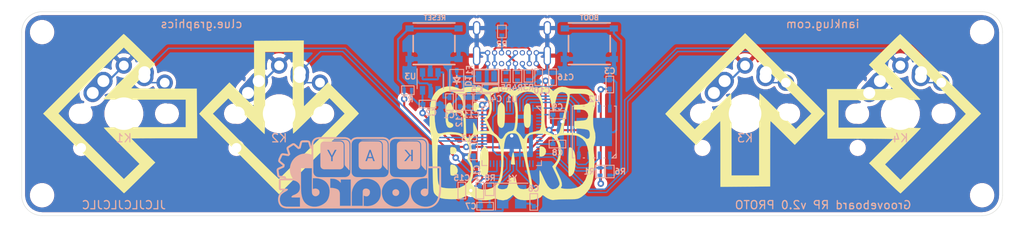
<source format=kicad_pcb>
(kicad_pcb (version 20171130) (host pcbnew "(5.1.5)-3")
  (layers (0 F.Cu signal) (31 B.Cu signal) (34 B.Paste user) (35 F.Paste user) (36 B.SilkS user) (37 F.SilkS user hide) (38 B.Mask user) (39 F.Mask user) (44 Edge.Cuts user))
  (net 0 "")
  (net 1 GND)
  (net 2 "Net-(F1-Pad2)")
  (net 3 "Net-(J1-PadA5)")
  (net 4 "Net-(J1-PadB5)")
  (net 5 D-)
  (net 6 D+)
  (net 7 VREG_VIN)
  (net 8 VREG_VOUT)
  (net 9 XIN)
  (net 10 QSPI_SS)
  (net 11 "Net-(R4-Pad2)")
  (net 12 "Net-(R5-Pad2)")
  (net 13 "Net-(R6-Pad1)")
  (net 14 "Net-(R7-Pad1)")
  (net 15 XOUT)
  (net 16 QSPI_1)
  (net 17 QSPI_2)
  (net 18 QSPI_0)
  (net 19 QSPI_SCLK)
  (net 20 QSPI_3)
  (net 21 "Net-(C7-Pad1)")
  (net 22 "Net-(D1-Pad2)")
  (net 23 +5V)
  (net 24 K1)
  (net 25 K2)
  (net 26 K3)
  (net 27 K4)
  (module Keebio-Parts:MX-Alps-Choc-1U-NoLED (layer F.Cu) (at 127.5 32.5)
    (fp_text reference K4 (at 0 3) (layer B.SilkS) (effects (justify mirror)))
    (fp_text value MX-NoLED)
    (pad "" np_thru_hole circle (at -5.22 4.2 48.1) (size 1.2 1.2) (drill 1.2) (layers *.Cu *.Mask))
    (pad "" np_thru_hole circle (at 5.5 0 48.1) (size 1.7 1.7) (drill 1.7) (layers *.Cu *.Mask))
    (pad "" np_thru_hole circle (at -5.5 0 48.1) (size 1.7 1.7) (drill 1.7) (layers *.Cu *.Mask))
    (pad 2 thru_hole circle (at 0 -5.9) (size 2 2) (drill 1.2) (layers *.Cu *.Mask) (net 1 GND))
    (pad 1 thru_hole circle (at 5 -3.8) (size 2 2) (drill 1.2) (layers *.Cu *.Mask) (net 27 K4))
    (pad "" np_thru_hole circle (at 5.08 0 48.0996) (size 1.75 1.75) (drill 1.75) (layers *.Cu *.Mask))
    (pad "" np_thru_hole circle (at -5.08 0 48.0996) (size 1.75 1.75) (drill 1.75) (layers *.Cu *.Mask))
    (pad 2 thru_hole circle (at -2.5 -4) (size 2.25 2.25) (drill 1.47) (layers *.Cu *.Mask) (net 1 GND))
    (pad "" np_thru_hole circle (at 0 0) (size 3.9878 3.9878) (drill 3.9878) (layers *.Cu *.Mask))
    (pad 2 thru_hole oval (at -3.81 -2.54 48.1) (size 4.211556 2.25) (drill 1.47 (offset 0.980778 0)) (layers *.Cu *.Mask) (net 1 GND))
    (pad 1 thru_hole circle (at 2.54 -5.08) (size 2.25 2.25) (drill 1.47) (layers *.Cu *.Mask) (net 27 K4))
    (pad 1 thru_hole oval (at 2.5 -4.5 86.1) (size 2.831378 2.25) (drill 1.47 (offset 0.290689 0)) (layers *.Cu *.Mask) (net 27 K4))
  )
  (module Keebio-Parts:MX-Alps-Choc-1U-NoLED (layer F.Cu) (at 108.5 32.5)
    (fp_text reference K3 (at 0 3) (layer B.SilkS) (effects (justify mirror)))
    (fp_text value MX-NoLED)
    (pad "" np_thru_hole circle (at -5.22 4.2 48.1) (size 1.2 1.2) (drill 1.2) (layers *.Cu *.Mask))
    (pad "" np_thru_hole circle (at 5.5 0 48.1) (size 1.7 1.7) (drill 1.7) (layers *.Cu *.Mask))
    (pad "" np_thru_hole circle (at -5.5 0 48.1) (size 1.7 1.7) (drill 1.7) (layers *.Cu *.Mask))
    (pad 2 thru_hole circle (at 0 -5.9) (size 2 2) (drill 1.2) (layers *.Cu *.Mask) (net 1 GND))
    (pad 1 thru_hole circle (at 5 -3.8) (size 2 2) (drill 1.2) (layers *.Cu *.Mask) (net 26 K3))
    (pad "" np_thru_hole circle (at 5.08 0 48.0996) (size 1.75 1.75) (drill 1.75) (layers *.Cu *.Mask))
    (pad "" np_thru_hole circle (at -5.08 0 48.0996) (size 1.75 1.75) (drill 1.75) (layers *.Cu *.Mask))
    (pad 2 thru_hole circle (at -2.5 -4) (size 2.25 2.25) (drill 1.47) (layers *.Cu *.Mask) (net 1 GND))
    (pad "" np_thru_hole circle (at 0 0) (size 3.9878 3.9878) (drill 3.9878) (layers *.Cu *.Mask))
    (pad 2 thru_hole oval (at -3.81 -2.54 48.1) (size 4.211556 2.25) (drill 1.47 (offset 0.980778 0)) (layers *.Cu *.Mask) (net 1 GND))
    (pad 1 thru_hole circle (at 2.54 -5.08) (size 2.25 2.25) (drill 1.47) (layers *.Cu *.Mask) (net 26 K3))
    (pad 1 thru_hole oval (at 2.5 -4.5 86.1) (size 2.831378 2.25) (drill 1.47 (offset 0.290689 0)) (layers *.Cu *.Mask) (net 26 K3))
  )
  (module Keebio-Parts:MX-Alps-Choc-1U-NoLED (layer F.Cu) (at 51.5 32.5)
    (fp_text reference K2 (at 0 3) (layer B.SilkS) (effects (justify mirror)))
    (fp_text value MX-NoLED)
    (pad "" np_thru_hole circle (at -5.22 4.2 48.1) (size 1.2 1.2) (drill 1.2) (layers *.Cu *.Mask))
    (pad "" np_thru_hole circle (at 5.5 0 48.1) (size 1.7 1.7) (drill 1.7) (layers *.Cu *.Mask))
    (pad "" np_thru_hole circle (at -5.5 0 48.1) (size 1.7 1.7) (drill 1.7) (layers *.Cu *.Mask))
    (pad 2 thru_hole circle (at 0 -5.9) (size 2 2) (drill 1.2) (layers *.Cu *.Mask) (net 1 GND))
    (pad 1 thru_hole circle (at 5 -3.8) (size 2 2) (drill 1.2) (layers *.Cu *.Mask) (net 25 K2))
    (pad "" np_thru_hole circle (at 5.08 0 48.0996) (size 1.75 1.75) (drill 1.75) (layers *.Cu *.Mask))
    (pad "" np_thru_hole circle (at -5.08 0 48.0996) (size 1.75 1.75) (drill 1.75) (layers *.Cu *.Mask))
    (pad 2 thru_hole circle (at -2.5 -4) (size 2.25 2.25) (drill 1.47) (layers *.Cu *.Mask) (net 1 GND))
    (pad "" np_thru_hole circle (at 0 0) (size 3.9878 3.9878) (drill 3.9878) (layers *.Cu *.Mask))
    (pad 2 thru_hole oval (at -3.81 -2.54 48.1) (size 4.211556 2.25) (drill 1.47 (offset 0.980778 0)) (layers *.Cu *.Mask) (net 1 GND))
    (pad 1 thru_hole circle (at 2.54 -5.08) (size 2.25 2.25) (drill 1.47) (layers *.Cu *.Mask) (net 25 K2))
    (pad 1 thru_hole oval (at 2.5 -4.5 86.1) (size 2.831378 2.25) (drill 1.47 (offset 0.290689 0)) (layers *.Cu *.Mask) (net 25 K2))
  )
  (module Keebio-Parts:MX-Alps-Choc-1U-NoLED (layer F.Cu) (at 32.5 32.5)
    (fp_text reference K1 (at 0 3) (layer B.SilkS) (effects (justify mirror)))
    (fp_text value MX-NoLED)
    (pad "" np_thru_hole circle (at -5.22 4.2 48.1) (size 1.2 1.2) (drill 1.2) (layers *.Cu *.Mask))
    (pad "" np_thru_hole circle (at 5.5 0 48.1) (size 1.7 1.7) (drill 1.7) (layers *.Cu *.Mask))
    (pad "" np_thru_hole circle (at -5.5 0 48.1) (size 1.7 1.7) (drill 1.7) (layers *.Cu *.Mask))
    (pad 2 thru_hole circle (at 0 -5.9) (size 2 2) (drill 1.2) (layers *.Cu *.Mask) (net 1 GND))
    (pad 1 thru_hole circle (at 5 -3.8) (size 2 2) (drill 1.2) (layers *.Cu *.Mask) (net 24 K1))
    (pad "" np_thru_hole circle (at 5.08 0 48.0996) (size 1.75 1.75) (drill 1.75) (layers *.Cu *.Mask))
    (pad "" np_thru_hole circle (at -5.08 0 48.0996) (size 1.75 1.75) (drill 1.75) (layers *.Cu *.Mask))
    (pad 2 thru_hole circle (at -2.5 -4) (size 2.25 2.25) (drill 1.47) (layers *.Cu *.Mask) (net 1 GND))
    (pad "" np_thru_hole circle (at 0 0) (size 3.9878 3.9878) (drill 3.9878) (layers *.Cu *.Mask))
    (pad 2 thru_hole oval (at -3.81 -2.54 48.1) (size 4.211556 2.25) (drill 1.47 (offset 0.980778 0)) (layers *.Cu *.Mask) (net 1 GND))
    (pad 1 thru_hole circle (at 2.54 -5.08) (size 2.25 2.25) (drill 1.47) (layers *.Cu *.Mask) (net 24 K1))
    (pad 1 thru_hole oval (at 2.5 -4.5 86.1) (size 2.831378 2.25) (drill 1.47 (offset 0.290689 0)) (layers *.Cu *.Mask) (net 24 K1))
  )
  (module grooveboard:kayboards-logo (layer B.Cu) (at 61.25 39.75 180)
    (fp_text reference G*** hide)
    (fp_text value LOGO hide)
  )
  (module grooveboard:left-arrow (layer F.Cu) (at 108.55 32.1 270)
    (fp_text reference G*** hide)
    (fp_text value LOGO hide)
  )
  (module grooveboard:left-arrow (layer F.Cu) (at 51.45 32.9 90)
    (fp_text reference G*** hide)
    (fp_text value LOGO hide)
  )
  (module grooveboard:left-arrow (layer F.Cu) (at 127.9 32.55 180)
    (fp_text reference G*** hide)
    (fp_text value LOGO hide)
  )
  (module grooveboard:left-arrow (layer F.Cu) (at 32.1 32.45)
    (fp_text reference G*** hide)
    (fp_text value LOGO hide)
  )
  (module grooveboard:grooveboard-logo (layer F.Cu) (at 79.95 36.2)
    (fp_text reference G*** hide)
    (fp_text value LOGO hide)
  )
  (module Keebio-Parts:C_0402 (layer B.Cu) (at 75.3 37.125 270)
    (fp_text reference C13 (at -1.575 0.5) (layer B.SilkS) (effects (font (size 0.7 0.7)) (justify mirror)))
    (fp_text value 100nF)
    (pad 1 smd rect (at -0.55 0 270) (size 0.6 0.5) (layers B.Cu B.Paste B.Mask) (net 7 VREG_VIN))
    (pad 2 smd rect (at 0.55 0 270) (size 0.6 0.5) (layers B.Cu B.Paste B.Mask) (net 1 GND))
  )
  (module Keebio-Parts:C_0402 (layer B.Cu) (at 76.35 30.525 180)
    (fp_text reference C4 (at -1.75 -0.15) (layer B.SilkS) (effects (font (size 0.7 0.7)) (justify mirror)))
    (fp_text value 1uF)
    (pad 1 smd rect (at -0.55 0 180) (size 0.6 0.5) (layers B.Cu B.Paste B.Mask) (net 7 VREG_VIN))
    (pad 2 smd rect (at 0.55 0 180) (size 0.6 0.5) (layers B.Cu B.Paste B.Mask) (net 1 GND))
  )
  (module rp2040:RP2040 (layer B.Cu) (at 79.95 35.225 180)
    (fp_text reference U1 (at -0.009 4.5) (layer B.SilkS) (effects (font (size 0.7 0.7)) (justify mirror)))
    (fp_text value RP2040 hide)
    (pad 1 smd rect (at -3.4036 2.6 90) (size 0.1778 0.8128) (layers B.Cu B.Paste B.Mask) (net 7 VREG_VIN))
    (pad 2 smd rect (at -3.4036 2.200001 90) (size 0.1778 0.8128) (layers B.Cu B.Paste B.Mask))
    (pad 3 smd rect (at -3.4036 1.799999 90) (size 0.1778 0.8128) (layers B.Cu B.Paste B.Mask))
    (pad 4 smd rect (at -3.4036 1.4 90) (size 0.1778 0.8128) (layers B.Cu B.Paste B.Mask))
    (pad 5 smd rect (at -3.4036 1.000001 90) (size 0.1778 0.8128) (layers B.Cu B.Paste B.Mask))
    (pad 6 smd rect (at -3.4036 0.599999 90) (size 0.1778 0.8128) (layers B.Cu B.Paste B.Mask))
    (pad 7 smd rect (at -3.4036 0.2 90) (size 0.1778 0.8128) (layers B.Cu B.Paste B.Mask))
    (pad 8 smd rect (at -3.4036 -0.2 90) (size 0.1778 0.8128) (layers B.Cu B.Paste B.Mask))
    (pad 9 smd rect (at -3.4036 -0.599999 90) (size 0.1778 0.8128) (layers B.Cu B.Paste B.Mask))
    (pad 10 smd rect (at -3.4036 -1.000001 90) (size 0.1778 0.8128) (layers B.Cu B.Paste B.Mask) (net 7 VREG_VIN))
    (pad 11 smd rect (at -3.4036 -1.4 90) (size 0.1778 0.8128) (layers B.Cu B.Paste B.Mask))
    (pad 12 smd rect (at -3.4036 -1.799999 90) (size 0.1778 0.8128) (layers B.Cu B.Paste B.Mask))
    (pad 13 smd rect (at -3.4036 -2.200001 90) (size 0.1778 0.8128) (layers B.Cu B.Paste B.Mask) (net 27 K4))
    (pad 14 smd rect (at -3.4036 -2.6 90) (size 0.1778 0.8128) (layers B.Cu B.Paste B.Mask) (net 26 K3))
    (pad 15 smd rect (at -2.6 -3.4036 180) (size 0.1778 0.8128) (layers B.Cu B.Paste B.Mask))
    (pad 16 smd rect (at -2.200001 -3.4036 180) (size 0.1778 0.8128) (layers B.Cu B.Paste B.Mask))
    (pad 17 smd rect (at -1.799999 -3.4036 180) (size 0.1778 0.8128) (layers B.Cu B.Paste B.Mask))
    (pad 18 smd rect (at -1.4 -3.4036 180) (size 0.1778 0.8128) (layers B.Cu B.Paste B.Mask))
    (pad 19 smd rect (at -1.000001 -3.4036 180) (size 0.1778 0.8128) (layers B.Cu B.Paste B.Mask) (net 1 GND))
    (pad 20 smd rect (at -0.599999 -3.4036 180) (size 0.1778 0.8128) (layers B.Cu B.Paste B.Mask) (net 9 XIN))
    (pad 21 smd rect (at -0.2 -3.4036 180) (size 0.1778 0.8128) (layers B.Cu B.Paste B.Mask) (net 15 XOUT))
    (pad 22 smd rect (at 0.2 -3.4036 180) (size 0.1778 0.8128) (layers B.Cu B.Paste B.Mask) (net 7 VREG_VIN))
    (pad 23 smd rect (at 0.599999 -3.4036 180) (size 0.1778 0.8128) (layers B.Cu B.Paste B.Mask) (net 8 VREG_VOUT))
    (pad 24 smd rect (at 1.000001 -3.4036 180) (size 0.1778 0.8128) (layers B.Cu B.Paste B.Mask))
    (pad 25 smd rect (at 1.4 -3.4036 180) (size 0.1778 0.8128) (layers B.Cu B.Paste B.Mask))
    (pad 26 smd rect (at 1.799999 -3.4036 180) (size 0.1778 0.8128) (layers B.Cu B.Paste B.Mask) (net 14 "Net-(R7-Pad1)"))
    (pad 27 smd rect (at 2.200001 -3.4036 180) (size 0.1778 0.8128) (layers B.Cu B.Paste B.Mask))
    (pad 28 smd rect (at 2.6 -3.4036 180) (size 0.1778 0.8128) (layers B.Cu B.Paste B.Mask))
    (pad 29 smd rect (at 3.4036 -2.6 90) (size 0.1778 0.8128) (layers B.Cu B.Paste B.Mask))
    (pad 30 smd rect (at 3.4036 -2.200001 90) (size 0.1778 0.8128) (layers B.Cu B.Paste B.Mask))
    (pad 31 smd rect (at 3.4036 -1.799999 90) (size 0.1778 0.8128) (layers B.Cu B.Paste B.Mask))
    (pad 32 smd rect (at 3.4036 -1.4 90) (size 0.1778 0.8128) (layers B.Cu B.Paste B.Mask))
    (pad 33 smd rect (at 3.4036 -1.000001 90) (size 0.1778 0.8128) (layers B.Cu B.Paste B.Mask) (net 7 VREG_VIN))
    (pad 34 smd rect (at 3.4036 -0.599999 90) (size 0.1778 0.8128) (layers B.Cu B.Paste B.Mask) (net 25 K2))
    (pad 35 smd rect (at 3.4036 -0.2 90) (size 0.1778 0.8128) (layers B.Cu B.Paste B.Mask) (net 24 K1))
    (pad 36 smd rect (at 3.4036 0.2 90) (size 0.1778 0.8128) (layers B.Cu B.Paste B.Mask))
    (pad 37 smd rect (at 3.4036 0.599999 90) (size 0.1778 0.8128) (layers B.Cu B.Paste B.Mask))
    (pad 38 smd rect (at 3.4036 1.000001 90) (size 0.1778 0.8128) (layers B.Cu B.Paste B.Mask))
    (pad 39 smd rect (at 3.4036 1.4 90) (size 0.1778 0.8128) (layers B.Cu B.Paste B.Mask))
    (pad 40 smd rect (at 3.4036 1.799999 90) (size 0.1778 0.8128) (layers B.Cu B.Paste B.Mask))
    (pad 41 smd rect (at 3.4036 2.200001 90) (size 0.1778 0.8128) (layers B.Cu B.Paste B.Mask))
    (pad 42 smd rect (at 3.4036 2.6 90) (size 0.1778 0.8128) (layers B.Cu B.Paste B.Mask) (net 7 VREG_VIN))
    (pad 43 smd rect (at 2.6 3.4036 180) (size 0.1778 0.8128) (layers B.Cu B.Paste B.Mask) (net 7 VREG_VIN))
    (pad 44 smd rect (at 2.200001 3.4036 180) (size 0.1778 0.8128) (layers B.Cu B.Paste B.Mask) (net 7 VREG_VIN))
    (pad 45 smd rect (at 1.799999 3.4036 180) (size 0.1778 0.8128) (layers B.Cu B.Paste B.Mask) (net 8 VREG_VOUT))
    (pad 46 smd rect (at 1.4 3.4036 180) (size 0.1778 0.8128) (layers B.Cu B.Paste B.Mask) (net 12 "Net-(R5-Pad2)"))
    (pad 47 smd rect (at 1.000001 3.4036 180) (size 0.1778 0.8128) (layers B.Cu B.Paste B.Mask) (net 11 "Net-(R4-Pad2)"))
    (pad 48 smd rect (at 0.599999 3.4036 180) (size 0.1778 0.8128) (layers B.Cu B.Paste B.Mask) (net 7 VREG_VIN))
    (pad 49 smd rect (at 0.2 3.4036 180) (size 0.1778 0.8128) (layers B.Cu B.Paste B.Mask) (net 7 VREG_VIN))
    (pad 50 smd rect (at -0.2 3.4036 180) (size 0.1778 0.8128) (layers B.Cu B.Paste B.Mask) (net 8 VREG_VOUT))
    (pad 51 smd rect (at -0.599999 3.4036 180) (size 0.1778 0.8128) (layers B.Cu B.Paste B.Mask) (net 20 QSPI_3))
    (pad 52 smd rect (at -1.000001 3.4036 180) (size 0.1778 0.8128) (layers B.Cu B.Paste B.Mask) (net 19 QSPI_SCLK))
    (pad 53 smd rect (at -1.4 3.4036 180) (size 0.1778 0.8128) (layers B.Cu B.Paste B.Mask) (net 18 QSPI_0))
    (pad 54 smd rect (at -1.799999 3.4036 180) (size 0.1778 0.8128) (layers B.Cu B.Paste B.Mask) (net 17 QSPI_2))
    (pad 55 smd rect (at -2.200001 3.4036 180) (size 0.1778 0.8128) (layers B.Cu B.Paste B.Mask) (net 16 QSPI_1))
    (pad 56 smd rect (at -2.6 3.4036 180) (size 0.1778 0.8128) (layers B.Cu B.Paste B.Mask) (net 10 QSPI_SS))
    (pad 57 smd rect (at 0 0 180) (size 3.2004 3.2004) (layers B.Cu B.Mask) (net 1 GND))
  )
  (module Keebio-Parts:R_0402 (layer B.Cu) (at 90.754 39.5955 90)
    (fp_text reference R1 (at 0.006 -1.304 180) (layer B.SilkS) (effects (font (size 0.7 0.7)) (justify mirror)))
    (fp_text value DNP)
    (pad 1 smd rect (at -0.45 0 90) (size 0.4 0.6) (layers B.Cu B.Paste B.Mask) (net 7 VREG_VIN))
    (pad 2 smd rect (at 0.45 0 90) (size 0.4 0.6) (layers B.Cu B.Paste B.Mask) (net 10 QSPI_SS))
  )
  (module Keebio-Parts:D_SOD-323 (layer B.Cu) (at 73.228 28.223 90)
    (fp_text reference D1 (at -0.252 1.372 -90 unlocked) (layer B.SilkS) (effects (font (size 0.7 0.7)) (justify mirror)))
    (fp_text value "20V 1A")
    (pad 1 smd rect (at -1.05 0 90) (size 0.6 0.45) (layers B.Cu B.Paste B.Mask) (net 23 +5V))
    (pad 2 smd rect (at 1.05 0 90) (size 0.6 0.45) (layers B.Cu B.Paste B.Mask) (net 22 "Net-(D1-Pad2)"))
  )
  (module Package_TO_SOT_SMD:SOT-23-5 (layer B.Cu) (at 69.9895 28.5405 270)
    (fp_text reference U3 (at -0.6155 2.4395) (layer B.SilkS) (effects (font (size 0.7 0.7)) (justify mirror)))
    (fp_text value AP2112K-3.3)
    (pad 5 smd rect (at 1.1 0.95 270) (size 1.06 0.65) (layers B.Cu B.Paste B.Mask) (net 7 VREG_VIN))
    (pad 4 smd rect (at 1.1 -0.95 270) (size 1.06 0.65) (layers B.Cu B.Paste B.Mask))
    (pad 3 smd rect (at -1.1 -0.95 270) (size 1.06 0.65) (layers B.Cu B.Paste B.Mask) (net 23 +5V))
    (pad 2 smd rect (at -1.1 0 270) (size 1.06 0.65) (layers B.Cu B.Paste B.Mask) (net 1 GND))
    (pad 1 smd rect (at -1.1 0.95 270) (size 1.06 0.65) (layers B.Cu B.Paste B.Mask) (net 23 +5V))
  )
  (module winbond:W25Q128JVPIQ (layer B.Cu) (at 90.05 34.75 90)
    (fp_text reference U2 (at 4.05 0) (layer B.SilkS) (effects (font (size 0.7 0.7)) (justify mirror)))
    (fp_text value W25Q128JV hide)
    (pad 9 smd rect (at 0 0 90) (size 3.4544 4.3434) (layers B.Cu B.Paste B.Mask))
    (pad 8 smd rect (at 2.8702 1.905 90) (size 0.9652 0.4318) (layers B.Cu B.Paste B.Mask) (net 7 VREG_VIN))
    (pad 7 smd rect (at 2.8702 0.635 90) (size 0.9652 0.4318) (layers B.Cu B.Paste B.Mask) (net 20 QSPI_3))
    (pad 6 smd rect (at 2.8702 -0.635 90) (size 0.9652 0.4318) (layers B.Cu B.Paste B.Mask) (net 19 QSPI_SCLK))
    (pad 5 smd rect (at 2.8702 -1.905 90) (size 0.9652 0.4318) (layers B.Cu B.Paste B.Mask) (net 18 QSPI_0))
    (pad 4 smd rect (at -2.8702 -1.905 90) (size 0.9652 0.4318) (layers B.Cu B.Paste B.Mask) (net 1 GND))
    (pad 3 smd rect (at -2.8702 -0.635 90) (size 0.9652 0.4318) (layers B.Cu B.Paste B.Mask) (net 17 QSPI_2))
    (pad 2 smd rect (at -2.8702 0.635 90) (size 0.9652 0.4318) (layers B.Cu B.Paste B.Mask) (net 16 QSPI_1))
    (pad 1 smd rect (at -2.8702 1.905 90) (size 0.9652 0.4318) (layers B.Cu B.Paste B.Mask) (net 10 QSPI_SS))
  )
  (module Keebio-Parts:C_0402 (layer B.Cu) (at 85.55 36.225)
    (fp_text reference C8 (at 0 1.05) (layer B.SilkS) (effects (font (size 0.7 0.7)) (justify mirror)))
    (fp_text value 100nF)
    (pad 1 smd rect (at -0.55 0) (size 0.6 0.5) (layers B.Cu B.Paste B.Mask) (net 7 VREG_VIN))
    (pad 2 smd rect (at 0.55 0) (size 0.6 0.5) (layers B.Cu B.Paste B.Mask) (net 1 GND))
  )
  (module Keebio-Parts:C_0402 (layer B.Cu) (at 91.95 28.925 90)
    (fp_text reference C3 (at 1.65 0) (layer B.SilkS) (effects (font (size 0.7 0.7)) (justify mirror)))
    (fp_text value 100nF)
    (pad 1 smd rect (at -0.55 0 90) (size 0.6 0.5) (layers B.Cu B.Paste B.Mask) (net 7 VREG_VIN))
    (pad 2 smd rect (at 0.55 0 90) (size 0.6 0.5) (layers B.Cu B.Paste B.Mask) (net 1 GND))
  )
  (module kicad-open-modules:TS-1187A-B-A-B (layer B.Cu) (at 89.45 23.925)
    (fp_text reference SW1 hide)
    (fp_text value BOOT)
    (pad 2 smd rect (at -3 -1.875) (size 1 0.75) (layers B.Cu B.Paste B.Mask) (net 13 "Net-(R6-Pad1)"))
    (pad 2 smd rect (at 3 -1.875) (size 1 0.75) (layers B.Cu B.Paste B.Mask) (net 13 "Net-(R6-Pad1)"))
    (pad 1 smd rect (at 3 1.875) (size 1 0.75) (layers B.Cu B.Paste B.Mask) (net 1 GND))
    (pad 1 smd rect (at -3 1.875) (size 1 0.75) (layers B.Cu B.Paste B.Mask) (net 1 GND))
  )
  (module Keebio-Parts:Crystal_SMD_3225-4pin_3.2x2.5mm (layer B.Cu) (at 79.95 42.675)
    (fp_text reference Y1 (at 0 -2.25) (layer B.SilkS) (effects (font (size 0.7 0.7)) (justify mirror)))
    (fp_text value 12MHz)
    (pad 4 smd rect (at -1.1 0.85) (size 1.4 1.2) (layers B.Cu B.Paste B.Mask) (net 1 GND))
    (pad 3 smd rect (at 1.1 0.85) (size 1.4 1.2) (layers B.Cu B.Paste B.Mask) (net 9 XIN))
    (pad 2 smd rect (at 1.1 -0.85) (size 1.4 1.2) (layers B.Cu B.Paste B.Mask) (net 1 GND))
    (pad 1 smd rect (at -1.1 -0.85) (size 1.4 1.2) (layers B.Cu B.Paste B.Mask) (net 21 "Net-(C7-Pad1)"))
  )
  (module Keebio-Parts:C_0402 (layer B.Cu) (at 69.65 31.325)
    (fp_text reference C2 (at 0.45 1.05) (layer B.SilkS) (effects (font (size 0.7 0.7)) (justify mirror)))
    (fp_text value 10uF)
    (pad 1 smd rect (at -0.55 0) (size 0.6 0.5) (layers B.Cu B.Paste B.Mask) (net 7 VREG_VIN))
    (pad 2 smd rect (at 0.55 0) (size 0.6 0.5) (layers B.Cu B.Paste B.Mask) (net 1 GND))
  )
  (module Keebio-Parts:C_0402 (layer B.Cu) (at 72.339 31.0805 270)
    (fp_text reference C1 (at 1.5945 0.039 180) (layer B.SilkS) (effects (font (size 0.7 0.7)) (justify mirror)))
    (fp_text value 10uF)
    (pad 1 smd rect (at -0.55 0 270) (size 0.6 0.5) (layers B.Cu B.Paste B.Mask) (net 23 +5V))
    (pad 2 smd rect (at 0.55 0 270) (size 0.6 0.5) (layers B.Cu B.Paste B.Mask) (net 1 GND))
  )
  (module Type-C:USB_C_GCT_USB4085 (layer F.Cu) (at 79.985 20.262 180)
    (fp_text reference J1 hide)
    (fp_text value USB_C_Receptacle_USB2.0)
    (pad S1 thru_hole oval (at 4.325 -1.74 180) (size 0.9 1.7) (drill oval 0.6 1.4) (layers *.Cu *.Mask) (net 1 GND))
    (pad S1 thru_hole oval (at -4.325 -1.74 180) (size 0.9 1.7) (drill oval 0.6 1.4) (layers *.Cu *.Mask) (net 1 GND))
    (pad S1 thru_hole oval (at 4.325 -5.12 180) (size 0.9 2.4) (drill oval 0.6 2.1) (layers *.Cu *.Mask) (net 1 GND))
    (pad S1 thru_hole oval (at -4.325 -5.12 180) (size 0.9 2.4) (drill oval 0.6 2.1) (layers *.Cu *.Mask) (net 1 GND))
    (pad B1 thru_hole circle (at 2.98 -4.775 180) (size 0.65 0.65) (drill 0.4) (layers *.Cu *.Mask) (net 1 GND))
    (pad B4 thru_hole circle (at 2.13 -4.775 180) (size 0.65 0.65) (drill 0.4) (layers *.Cu *.Mask) (net 2 "Net-(F1-Pad2)"))
    (pad B5 thru_hole circle (at 1.28 -4.775 180) (size 0.65 0.65) (drill 0.4) (layers *.Cu *.Mask) (net 4 "Net-(J1-PadB5)"))
    (pad B6 thru_hole circle (at 0.43 -4.775 180) (size 0.65 0.65) (drill 0.4) (layers *.Cu *.Mask) (net 6 D+))
    (pad B7 thru_hole circle (at -0.42 -4.775 180) (size 0.65 0.65) (drill 0.4) (layers *.Cu *.Mask) (net 5 D-))
    (pad B8 thru_hole circle (at -1.27 -4.775 180) (size 0.65 0.65) (drill 0.4) (layers *.Cu *.Mask))
    (pad B9 thru_hole circle (at -2.12 -4.775 180) (size 0.65 0.65) (drill 0.4) (layers *.Cu *.Mask) (net 2 "Net-(F1-Pad2)"))
    (pad B12 thru_hole circle (at -2.975 -4.775 180) (size 0.65 0.65) (drill 0.4) (layers *.Cu *.Mask) (net 1 GND))
    (pad A12 thru_hole circle (at 2.975 -6.1 180) (size 0.65 0.65) (drill 0.4) (layers *.Cu *.Mask) (net 1 GND))
    (pad A9 thru_hole circle (at 2.125 -6.1 180) (size 0.65 0.65) (drill 0.4) (layers *.Cu *.Mask) (net 2 "Net-(F1-Pad2)"))
    (pad A8 thru_hole circle (at 1.275 -6.1 180) (size 0.65 0.65) (drill 0.4) (layers *.Cu *.Mask))
    (pad A7 thru_hole circle (at 0.425 -6.1 180) (size 0.65 0.65) (drill 0.4) (layers *.Cu *.Mask) (net 5 D-))
    (pad A6 thru_hole circle (at -0.425 -6.1 180) (size 0.65 0.65) (drill 0.4) (layers *.Cu *.Mask) (net 6 D+))
    (pad A4 thru_hole circle (at -2.125 -6.1 180) (size 0.65 0.65) (drill 0.4) (layers *.Cu *.Mask) (net 2 "Net-(F1-Pad2)"))
    (pad A1 thru_hole circle (at -2.975 -6.1 180) (size 0.65 0.65) (drill 0.4) (layers *.Cu *.Mask) (net 1 GND))
    (pad A5 thru_hole circle (at -1.275 -6.1 180) (size 0.65 0.65) (drill 0.4) (layers *.Cu *.Mask) (net 3 "Net-(J1-PadA5)"))
  )
  (module Keebio-Parts:C_0402 (layer B.Cu) (at 76.7 43.85 180)
    (fp_text reference C7 (at 1.75 0 180) (layer B.SilkS) (effects (font (size 0.7 0.7)) (justify mirror)))
    (fp_text value 10pF)
    (pad 2 smd rect (at 0.55 0 180) (size 0.6 0.5) (layers B.Cu B.Paste B.Mask) (net 1 GND))
    (pad 1 smd rect (at -0.55 0 180) (size 0.6 0.5) (layers B.Cu B.Paste B.Mask) (net 21 "Net-(C7-Pad1)"))
  )
  (module Keebio-Parts:R_0402 (layer B.Cu) (at 82 27.875 90)
    (fp_text reference R3 (at -1.4 0) (layer B.SilkS) (effects (font (size 0.7 0.7)) (justify mirror)))
    (fp_text value 5.1k)
    (pad 1 smd rect (at -0.45 0 90) (size 0.4 0.6) (layers B.Cu B.Paste B.Mask) (net 1 GND))
    (pad 2 smd rect (at 0.45 0 90) (size 0.4 0.6) (layers B.Cu B.Paste B.Mask) (net 3 "Net-(J1-PadA5)"))
  )
  (module Keebio-Parts:R_0402 (layer B.Cu) (at 78.75 22.425 270)
    (fp_text reference R2 (at 1.55 0) (layer B.SilkS) (effects (font (size 0.7 0.7)) (justify mirror)))
    (fp_text value 5.1k)
    (pad 1 smd rect (at -0.45 0 270) (size 0.4 0.6) (layers B.Cu B.Paste B.Mask) (net 1 GND))
    (pad 2 smd rect (at 0.45 0 270) (size 0.4 0.6) (layers B.Cu B.Paste B.Mask) (net 4 "Net-(J1-PadB5)"))
  )
  (module Keebio-Parts:R_0402 (layer B.Cu) (at 77.25 41.775 270)
    (fp_text reference R8 (at -1.4 -0.042) (layer B.SilkS) (effects (font (size 0.7 0.7)) (justify mirror)))
    (fp_text value 1k)
    (pad 2 smd rect (at 0.45 0 270) (size 0.4 0.6) (layers B.Cu B.Paste B.Mask) (net 21 "Net-(C7-Pad1)"))
    (pad 1 smd rect (at -0.45 0 270) (size 0.4 0.6) (layers B.Cu B.Paste B.Mask) (net 15 XOUT))
  )
  (module Keebio-Parts:R_0402 (layer B.Cu) (at 79.25 27.925 270)
    (fp_text reference R5 (at 1.4 0) (layer B.SilkS) (effects (font (size 0.7 0.7)) (justify mirror)))
    (fp_text value 27)
    (pad 1 smd rect (at -0.45 0 270) (size 0.4 0.6) (layers B.Cu B.Paste B.Mask) (net 5 D-))
    (pad 2 smd rect (at 0.45 0 270) (size 0.4 0.6) (layers B.Cu B.Paste B.Mask) (net 12 "Net-(R5-Pad2)"))
  )
  (module Keebio-Parts:Fuse_0805 (layer B.Cu) (at 76.85 27.925)
    (fp_text reference F1 (at -2.05 -0.75 90 unlocked) (layer B.SilkS) (effects (font (size 0.7 0.7)) (justify mirror)))
    (fp_text value 500mA hide)
    (pad 1 smd rect (at -0.95 0) (size 0.7 1.3) (layers B.Cu B.Paste B.Mask) (net 22 "Net-(D1-Pad2)") (clearance 0.1))
    (pad 2 smd rect (at 0.95 0) (size 0.7 1.3) (layers B.Cu B.Paste B.Mask) (net 2 "Net-(F1-Pad2)") (clearance 0.1))
  )
  (module Keebio-Parts:R_0402 (layer B.Cu) (at 91.95 39.5955 90)
    (fp_text reference R6 (at 0.006 1.2805) (layer B.SilkS) (effects (font (size 0.7 0.7)) (justify mirror)))
    (fp_text value 1k)
    (pad 1 smd rect (at -0.45 0 90) (size 0.4 0.6) (layers B.Cu B.Paste B.Mask) (net 13 "Net-(R6-Pad1)"))
    (pad 2 smd rect (at 0.45 0 90) (size 0.4 0.6) (layers B.Cu B.Paste B.Mask) (net 10 QSPI_SS))
  )
  (module Keebio-Parts:R_0402 (layer B.Cu) (at 67.25 29.625)
    (fp_text reference R7 (at 0 1.1) (layer B.SilkS) (effects (font (size 0.7 0.7)) (justify mirror)))
    (fp_text value 10k)
    (pad 1 smd rect (at -0.45 0) (size 0.4 0.6) (layers B.Cu B.Paste B.Mask) (net 14 "Net-(R7-Pad1)"))
    (pad 2 smd rect (at 0.45 0) (size 0.4 0.6) (layers B.Cu B.Paste B.Mask) (net 7 VREG_VIN))
  )
  (module Keebio-Parts:R_0402 (layer B.Cu) (at 80.65 27.925 270)
    (fp_text reference R4 (at 1.4 0) (layer B.SilkS) (effects (font (size 0.7 0.7)) (justify mirror)))
    (fp_text value 27)
    (pad 1 smd rect (at -0.45 0 270) (size 0.4 0.6) (layers B.Cu B.Paste B.Mask) (net 6 D+))
    (pad 2 smd rect (at 0.45 0 270) (size 0.4 0.6) (layers B.Cu B.Paste B.Mask) (net 11 "Net-(R4-Pad2)"))
  )
  (module Keebio-Parts:C_0402 (layer B.Cu) (at 84.95 28.025 90)
    (fp_text reference C16 (at 0 1.6) (layer B.SilkS) (effects (font (size 0.7 0.7)) (justify mirror)))
    (fp_text value 100nF)
    (pad 1 smd rect (at -0.55 0 90) (size 0.6 0.5) (layers B.Cu B.Paste B.Mask) (net 8 VREG_VOUT))
    (pad 2 smd rect (at 0.55 0 90) (size 0.6 0.5) (layers B.Cu B.Paste B.Mask) (net 1 GND))
  )
  (module Keebio-Parts:C_0402 (layer B.Cu) (at 73.85 41.925 270)
    (fp_text reference C15 (at -1.55 0) (layer B.SilkS) (effects (font (size 0.7 0.7)) (justify mirror)))
    (fp_text value 100nF)
    (pad 1 smd rect (at -0.55 0 270) (size 0.6 0.5) (layers B.Cu B.Paste B.Mask) (net 8 VREG_VOUT))
    (pad 2 smd rect (at 0.55 0 270) (size 0.6 0.5) (layers B.Cu B.Paste B.Mask) (net 1 GND))
  )
  (module Keebio-Parts:C_0402 (layer B.Cu) (at 76.05 41.925 270)
    (fp_text reference C14 (at -2.125 0.35 270) (layer B.SilkS) (effects (font (size 0.7 0.7)) (justify mirror)))
    (fp_text value 100nF)
    (pad 1 smd rect (at -0.55 0 270) (size 0.6 0.5) (layers B.Cu B.Paste B.Mask) (net 7 VREG_VIN))
    (pad 2 smd rect (at 0.55 0 270) (size 0.6 0.5) (layers B.Cu B.Paste B.Mask) (net 1 GND))
  )
  (module kicad-open-modules:TS-1187A-B-A-B (layer B.Cu) (at 70.45 23.925 180)
    (fp_text reference SW2 hide)
    (fp_text value RESET)
    (pad 2 smd rect (at -3 -1.875 180) (size 1 0.75) (layers B.Cu B.Paste B.Mask) (net 1 GND))
    (pad 2 smd rect (at 3 -1.875 180) (size 1 0.75) (layers B.Cu B.Paste B.Mask) (net 1 GND))
    (pad 1 smd rect (at 3 1.875 180) (size 1 0.75) (layers B.Cu B.Paste B.Mask) (net 14 "Net-(R7-Pad1)"))
    (pad 1 smd rect (at -3 1.875 180) (size 1 0.75) (layers B.Cu B.Paste B.Mask) (net 14 "Net-(R7-Pad1)"))
  )
  (module Keebio-Parts:C_0402 (layer B.Cu) (at 85.55 32.625)
    (fp_text reference C9 (at 0 -0.95) (layer B.SilkS) (effects (font (size 0.7 0.7)) (justify mirror)))
    (fp_text value 100nF)
    (pad 1 smd rect (at -0.55 0) (size 0.6 0.5) (layers B.Cu B.Paste B.Mask) (net 7 VREG_VIN))
    (pad 2 smd rect (at 0.55 0) (size 0.6 0.5) (layers B.Cu B.Paste B.Mask) (net 1 GND))
  )
  (module Keebio-Parts:C_0402 (layer B.Cu) (at 77.35 29.425 180)
    (fp_text reference C5 (at 1.7 -0.05) (layer B.SilkS) (effects (font (size 0.7 0.7)) (justify mirror)))
    (fp_text value 1uF)
    (pad 1 smd rect (at -0.55 0 180) (size 0.6 0.5) (layers B.Cu B.Paste B.Mask) (net 8 VREG_VOUT))
    (pad 2 smd rect (at 0.55 0 180) (size 0.6 0.5) (layers B.Cu B.Paste B.Mask) (net 1 GND))
  )
  (module Keebio-Parts:C_0402 (layer B.Cu) (at 83.25 28.025 90)
    (fp_text reference C10 (at -1.65 0.4) (layer B.SilkS) (effects (font (size 0.7 0.7)) (justify mirror)))
    (fp_text value 100nF)
    (pad 1 smd rect (at -0.55 0 90) (size 0.6 0.5) (layers B.Cu B.Paste B.Mask) (net 7 VREG_VIN))
    (pad 2 smd rect (at 0.55 0 90) (size 0.6 0.5) (layers B.Cu B.Paste B.Mask) (net 1 GND))
  )
  (module Keebio-Parts:C_0402 (layer B.Cu) (at 74.7 31.075 90)
    (fp_text reference C11 (at -1.55 0.306) (layer B.SilkS) (effects (font (size 0.7 0.7)) (justify mirror)))
    (fp_text value 100nF)
    (pad 1 smd rect (at -0.55 0 90) (size 0.6 0.5) (layers B.Cu B.Paste B.Mask) (net 7 VREG_VIN))
    (pad 2 smd rect (at 0.55 0 90) (size 0.6 0.5) (layers B.Cu B.Paste B.Mask) (net 1 GND))
  )
  (module Keebio-Parts:C_0402 (layer B.Cu) (at 82.65 43.325 90)
    (fp_text reference C6 (at 1.64 -0.024) (layer B.SilkS) (effects (font (size 0.7 0.7)) (justify mirror)))
    (fp_text value 10pF)
    (pad 2 smd rect (at 0.55 0 90) (size 0.6 0.5) (layers B.Cu B.Paste B.Mask) (net 1 GND))
    (pad 1 smd rect (at -0.55 0 90) (size 0.6 0.5) (layers B.Cu B.Paste B.Mask) (net 9 XIN))
  )
  (module Keebio-Parts:C_0402 (layer B.Cu) (at 73.6 31.075 90)
    (fp_text reference C12 (at -2.075 -0.075 90) (layer B.SilkS) (effects (font (size 0.7 0.7)) (justify mirror)))
    (fp_text value 100nF)
    (pad 1 smd rect (at -0.55 0 90) (size 0.6 0.5) (layers B.Cu B.Paste B.Mask) (net 7 VREG_VIN))
    (pad 2 smd rect (at 0.55 0 90) (size 0.6 0.5) (layers B.Cu B.Paste B.Mask) (net 1 GND))
  )
  (module MountingHole:MountingHole_2.2mm_M2 (layer F.Cu) (at 22.5 42.5)
    (fp_text reference H3 hide)
    (fp_text value MountingHole)
    (pad 1 np_thru_hole circle (at 0 0) (size 2.2 2.2) (drill 2.2) (layers *.Cu *.Mask))
  )
  (module MountingHole:MountingHole_2.2mm_M2 (layer F.Cu) (at 137.5 42.5)
    (fp_text reference H4 hide)
    (fp_text value MountingHole)
    (pad 1 np_thru_hole circle (at 0 0) (size 2.2 2.2) (drill 2.2) (layers *.Cu *.Mask))
  )
  (module MountingHole:MountingHole_2.2mm_M2 (layer F.Cu) (at 137.5 22.5)
    (fp_text reference H2 hide)
    (fp_text value MountingHole)
    (pad 1 np_thru_hole circle (at 0 0) (size 2.2 2.2) (drill 2.2) (layers *.Cu *.Mask))
  )
  (module MountingHole:MountingHole_2.2mm_M2 (layer F.Cu) (at 22.5 22.5)
    (fp_text reference H1 hide)
    (fp_text value MountingHole)
    (pad 1 np_thru_hole circle (at 0 0) (size 2.2 2.2) (drill 2.2) (layers *.Cu *.Mask))
  )
  (gr_text JLCJLCJLCJLC (at 32.5 43.7) (layer B.SilkS) (effects (font (size 1 1)) (justify mirror)))
  (gr_text clue.graphics (at 42 21.5) (layer B.SilkS) (effects (font (size 1 1)) (justify mirror)))
  (gr_text ianklug.com (at 118 21.5) (layer B.SilkS) (effects (font (size 1 1)) (justify mirror)))
  (gr_arc (start 137.5 22.5) (end 140 22.5) (angle -90) (layer Edge.Cuts) (width 0.05))
  (gr_arc (start 137.5 42.5) (end 137.5 45) (angle -90) (layer Edge.Cuts) (width 0.05))
  (gr_arc (start 22.5 42.5) (end 20 42.5) (angle -90) (layer Edge.Cuts) (width 0.05))
  (gr_arc (start 22.5 22.5) (end 22.5 20) (angle -90) (layer Edge.Cuts) (width 0.05))
  (gr_text "Grooveboard RP v2.0 PROTO" (at 118.05 43.7) (layer B.SilkS) (effects (font (size 1 1)) (justify mirror)))
  (gr_line (start 137.5 20) (end 22.5 20) (layer Edge.Cuts) (width 0.05))
  (gr_line (start 140 42.5) (end 140 22.5) (layer Edge.Cuts) (width 0.05))
  (gr_line (start 22.5 45) (end 137.5 45) (layer Edge.Cuts) (width 0.05))
  (gr_line (start 20 22.5) (end 20 42.5) (layer Edge.Cuts) (width 0.05))
  (gr_text "RESET\n" (at 70.55 20.725) (layer B.SilkS) (effects (font (size 0.6 0.6)) (justify mirror)))
  (gr_text BOOT (at 89.45 20.725) (layer B.SilkS) (effects (font (size 0.6 0.6)) (justify mirror)))
  (via (at 79.95 35.225) (size 0.8) (drill 0.4) (layers F.Cu B.Cu) (net 1))
  (segment (start 77.01 25.042) (end 77.005 25.037) (width 0.25) (layer B.Cu) (net 1))
  (segment (start 77.01 26.362) (end 77.01 25.042) (width 0.25) (layer B.Cu) (net 1))
  (segment (start 76.005 25.037) (end 75.66 25.382) (width 0.25) (layer B.Cu) (net 1))
  (segment (start 77.005 25.037) (end 76.005 25.037) (width 0.25) (layer B.Cu) (net 1))
  (segment (start 82.96 26.362) (end 82.96 25.037) (width 0.25) (layer B.Cu) (net 1))
  (segment (start 83.965 25.037) (end 84.31 25.382) (width 0.25) (layer B.Cu) (net 1))
  (segment (start 82.96 25.037) (end 83.965 25.037) (width 0.25) (layer B.Cu) (net 1))
  (segment (start 88.145 36.68) (end 90.05 34.775) (width 0.25) (layer B.Cu) (net 1))
  (segment (start 88.145 37.6452) (end 88.145 36.68) (width 0.25) (layer B.Cu) (net 1))
  (segment (start 92.4717 34.775) (end 90.05 34.775) (width 0.25) (layer B.Cu) (net 1))
  (segment (start 92.75 28.675) (end 92.75 34.4967) (width 0.25) (layer B.Cu) (net 1))
  (segment (start 91.95 28.375) (end 92.45 28.375) (width 0.25) (layer B.Cu) (net 1))
  (segment (start 92.75 34.4967) (end 92.4717 34.775) (width 0.25) (layer B.Cu) (net 1))
  (segment (start 92.45 28.375) (end 92.75 28.675) (width 0.25) (layer B.Cu) (net 1))
  (segment (start 83.25 27.475) (end 82.4 28.325) (width 0.25) (layer B.Cu) (net 1))
  (segment (start 80.950001 36.225001) (end 79.95 35.225) (width 0.18) (layer B.Cu) (net 1))
  (segment (start 80.950001 38.6286) (end 80.950001 36.225001) (width 0.18) (layer B.Cu) (net 1))
  (segment (start 86.1 32.625) (end 86.1 33.125) (width 0.25) (layer B.Cu) (net 1))
  (segment (start 80.8 41.825) (end 81.05 41.825) (width 0.25) (layer B.Cu) (net 1))
  (segment (start 78.85 43.525) (end 79.1 43.525) (width 0.25) (layer B.Cu) (net 1))
  (segment (start 79.1 43.525) (end 80.8 41.825) (width 0.25) (layer B.Cu) (net 1))
  (segment (start 81.7 41.825) (end 82.65 42.775) (width 0.25) (layer B.Cu) (net 1))
  (segment (start 81.05 41.825) (end 81.7 41.825) (width 0.25) (layer B.Cu) (net 1))
  (segment (start 82.4 28.325) (end 82 28.325) (width 0.25) (layer B.Cu) (net 1))
  (segment (start 73.4445 30.525) (end 72.339 31.6305) (width 0.25) (layer B.Cu) (net 1))
  (segment (start 73.6 30.525) (end 73.4445 30.525) (width 0.25) (layer B.Cu) (net 1))
  (segment (start 77.01 29.215) (end 76.8 29.425) (width 0.25) (layer B.Cu) (net 1))
  (segment (start 77.01 26.362) (end 77.01 29.215) (width 0.25) (layer B.Cu) (net 1))
  (segment (start 84.45 27.475) (end 84.95 27.475) (width 0.25) (layer B.Cu) (net 1))
  (segment (start 84.31 27.335) (end 84.45 27.475) (width 0.25) (layer B.Cu) (net 1))
  (segment (start 84.31 25.382) (end 84.31 27.335) (width 0.25) (layer B.Cu) (net 1))
  (segment (start 84.17 27.475) (end 83.25 27.475) (width 0.25) (layer B.Cu) (net 1))
  (segment (start 84.31 27.335) (end 84.17 27.475) (width 0.25) (layer B.Cu) (net 1))
  (segment (start 75.8 30.525) (end 73.6 30.525) (width 0.25) (layer B.Cu) (net 1))
  (segment (start 76.8 29.525) (end 75.8 30.525) (width 0.25) (layer B.Cu) (net 1))
  (segment (start 76.8 29.425) (end 76.8 29.525) (width 0.25) (layer B.Cu) (net 1))
  (segment (start 86.1 33.625) (end 86.1 36.225) (width 0.25) (layer B.Cu) (net 1))
  (segment (start 86.1 33.125) (end 86.1 33.625) (width 0.25) (layer B.Cu) (net 1))
  (via (at 86.1 33.475) (size 0.8) (drill 0.4) (layers F.Cu B.Cu) (net 1))
  (segment (start 86.1 33.625) (end 86.1 33.475) (width 0.25) (layer B.Cu) (net 1))
  (segment (start 70.2 29.360998) (end 70.2 30.825) (width 0.25) (layer B.Cu) (net 1))
  (segment (start 69.624501 28.785499) (end 70.2 29.360998) (width 0.25) (layer B.Cu) (net 1))
  (segment (start 68.685499 28.785499) (end 69.624501 28.785499) (width 0.25) (layer B.Cu) (net 1))
  (segment (start 67.45 25.8) (end 67.45 27.55) (width 0.25) (layer B.Cu) (net 1))
  (segment (start 67.45 27.55) (end 68.685499 28.785499) (width 0.25) (layer B.Cu) (net 1))
  (segment (start 70.2 30.825) (end 70.2 31.325) (width 0.25) (layer B.Cu) (net 1))
  (via (at 74.4 37.875) (size 0.8) (drill 0.4) (layers F.Cu B.Cu) (net 1))
  (segment (start 74.6 37.675) (end 74.4 37.875) (width 0.25) (layer B.Cu) (net 1))
  (segment (start 75.3 37.675) (end 74.6 37.675) (width 0.25) (layer B.Cu) (net 1))
  (segment (start 76.05 43.75) (end 76.15 43.85) (width 0.25) (layer B.Cu) (net 1))
  (segment (start 76.05 42.475) (end 76.05 43.75) (width 0.25) (layer B.Cu) (net 1))
  (segment (start 78.85 44.375) (end 78.85 43.525) (width 0.25) (layer B.Cu) (net 1))
  (segment (start 78.799999 44.425001) (end 78.85 44.375) (width 0.25) (layer B.Cu) (net 1))
  (segment (start 76.15 44.35) (end 76.225001 44.425001) (width 0.25) (layer B.Cu) (net 1))
  (segment (start 76.225001 44.425001) (end 78.799999 44.425001) (width 0.25) (layer B.Cu) (net 1))
  (segment (start 76.15 43.85) (end 76.15 44.35) (width 0.25) (layer B.Cu) (net 1))
  (segment (start 32.5 26.6) (end 29.14 29.96) (width 0.25) (layer B.Cu) (net 1))
  (segment (start 29.14 29.96) (end 28.69 29.96) (width 0.25) (layer B.Cu) (net 1))
  (segment (start 48.14 29.96) (end 51.5 26.6) (width 0.25) (layer B.Cu) (net 1))
  (segment (start 47.69 29.96) (end 48.14 29.96) (width 0.25) (layer B.Cu) (net 1))
  (segment (start 105.14 29.96) (end 108.5 26.6) (width 0.25) (layer B.Cu) (net 1))
  (segment (start 104.69 29.96) (end 105.14 29.96) (width 0.25) (layer B.Cu) (net 1))
  (segment (start 124.14 29.96) (end 127.5 26.6) (width 0.25) (layer B.Cu) (net 1))
  (segment (start 123.69 29.96) (end 124.14 29.96) (width 0.25) (layer B.Cu) (net 1))
  (segment (start 77.855 24.577381) (end 77.855 25.037) (width 0.25) (layer F.Cu) (net 2))
  (segment (start 78.045382 24.386999) (end 77.855 24.577381) (width 0.25) (layer F.Cu) (net 2))
  (segment (start 81.914618 24.386999) (end 78.045382 24.386999) (width 0.25) (layer F.Cu) (net 2))
  (segment (start 82.105 24.577381) (end 81.914618 24.386999) (width 0.25) (layer F.Cu) (net 2))
  (segment (start 82.105 25.037) (end 82.105 24.577381) (width 0.25) (layer F.Cu) (net 2))
  (segment (start 82.105 26.357) (end 82.11 26.362) (width 0.25) (layer B.Cu) (net 2))
  (segment (start 82.105 25.037) (end 82.105 26.357) (width 0.25) (layer B.Cu) (net 2))
  (segment (start 77.855 26.357) (end 77.86 26.362) (width 0.25) (layer B.Cu) (net 2))
  (segment (start 77.855 25.037) (end 77.855 26.357) (width 0.25) (layer B.Cu) (net 2))
  (segment (start 77.86 27.865) (end 77.8 27.925) (width 0.25) (layer B.Cu) (net 2))
  (segment (start 77.86 26.362) (end 77.86 27.865) (width 0.25) (layer B.Cu) (net 2))
  (segment (start 81.26 26.685) (end 82 27.425) (width 0.25) (layer B.Cu) (net 3))
  (segment (start 81.26 26.362) (end 81.26 26.685) (width 0.25) (layer B.Cu) (net 3))
  (segment (start 78.75 24.992) (end 78.705 25.037) (width 0.25) (layer B.Cu) (net 4))
  (segment (start 78.75 22.875) (end 78.75 24.992) (width 0.25) (layer B.Cu) (net 4))
  (segment (start 79.56 26.115) (end 79.56 26.362) (width 0.25) (layer B.Cu) (net 5))
  (segment (start 80.405 25.037) (end 80.405 25.27) (width 0.25) (layer B.Cu) (net 5))
  (segment (start 80.405 25.27) (end 79.56 26.115) (width 0.25) (layer B.Cu) (net 5))
  (segment (start 79.56 27.165) (end 79.25 27.475) (width 0.25) (layer B.Cu) (net 5))
  (segment (start 79.56 26.362) (end 79.56 27.165) (width 0.25) (layer B.Cu) (net 5))
  (segment (start 80.41 26.185) (end 80.41 26.362) (width 0.25) (layer F.Cu) (net 6))
  (segment (start 79.555 25.037) (end 79.555 25.33) (width 0.25) (layer F.Cu) (net 6))
  (segment (start 79.555 25.33) (end 80.41 26.185) (width 0.25) (layer F.Cu) (net 6))
  (segment (start 80.41 26.362) (end 80.41 27.235) (width 0.25) (layer B.Cu) (net 6))
  (segment (start 80.41 27.235) (end 80.65 27.475) (width 0.25) (layer B.Cu) (net 6))
  (segment (start 91.95 31.8998) (end 91.955 31.9048) (width 0.25) (layer B.Cu) (net 7))
  (segment (start 91.95 29.475) (end 91.95 31.8998) (width 0.25) (layer B.Cu) (net 7))
  (segment (start 69.0395 31.2645) (end 69.1 31.325) (width 0.25) (layer B.Cu) (net 7))
  (segment (start 69.0395 29.6405) (end 69.0395 31.2645) (width 0.25) (layer B.Cu) (net 7))
  (segment (start 67.7 30.175) (end 67.7 29.625) (width 0.25) (layer B.Cu) (net 7))
  (segment (start 67.7 30.475) (end 67.7 30.175) (width 0.25) (layer B.Cu) (net 7))
  (segment (start 68.55 31.325) (end 67.7 30.475) (width 0.25) (layer B.Cu) (net 7))
  (segment (start 69.1 31.325) (end 68.55 31.325) (width 0.25) (layer B.Cu) (net 7))
  (segment (start 76.349998 31.990685) (end 76.349998 31.425) (width 0.25) (layer F.Cu) (net 7))
  (via (at 90.85 29.525) (size 0.8) (drill 0.4) (layers F.Cu B.Cu) (net 7))
  (segment (start 91.95 29.475) (end 90.9 29.475) (width 0.25) (layer B.Cu) (net 7))
  (segment (start 90.9 29.475) (end 90.85 29.525) (width 0.25) (layer B.Cu) (net 7))
  (segment (start 73.6 31.625) (end 74.7 31.625) (width 0.25) (layer B.Cu) (net 7))
  (segment (start 77.38 30.525) (end 77.35 30.555) (width 0.18) (layer B.Cu) (net 7))
  (segment (start 76.9 30.525) (end 77.38 30.525) (width 0.18) (layer B.Cu) (net 7))
  (segment (start 77.38 30.525) (end 77.749999 30.894999) (width 0.18) (layer B.Cu) (net 7))
  (segment (start 77.749999 31.235) (end 77.749999 31.8214) (width 0.18) (layer B.Cu) (net 7))
  (segment (start 77.749999 30.894999) (end 77.749999 31.235) (width 0.18) (layer B.Cu) (net 7))
  (segment (start 76.5464 31.621402) (end 76.349998 31.425) (width 0.18) (layer B.Cu) (net 7))
  (segment (start 76.5 31.425) (end 76.349998 31.425) (width 0.25) (layer B.Cu) (net 7))
  (segment (start 76.9 31.025) (end 76.5 31.425) (width 0.25) (layer B.Cu) (net 7))
  (segment (start 76.9 30.525) (end 76.9 31.025) (width 0.25) (layer B.Cu) (net 7))
  (segment (start 76.149998 31.625) (end 76.349998 31.425) (width 0.25) (layer B.Cu) (net 7))
  (segment (start 74.7 31.625) (end 76.149998 31.625) (width 0.25) (layer B.Cu) (net 7))
  (via (at 76.349998 31.425) (size 0.8) (drill 0.4) (layers F.Cu B.Cu) (net 7))
  (segment (start 77.0811 31.8214) (end 77.35 31.8214) (width 0.18) (layer B.Cu) (net 7))
  (segment (start 75.05 32.125) (end 76.7775 32.125) (width 0.18) (layer B.Cu) (net 7))
  (segment (start 74.7 31.625) (end 74.7 31.775) (width 0.18) (layer B.Cu) (net 7))
  (segment (start 76.7775 32.125) (end 77.0811 31.8214) (width 0.18) (layer B.Cu) (net 7))
  (segment (start 74.7 31.775) (end 75.05 32.125) (width 0.18) (layer B.Cu) (net 7))
  (segment (start 73.6 32.105) (end 73.6 31.625) (width 0.18) (layer B.Cu) (net 7))
  (segment (start 74.12 32.625) (end 73.6 32.105) (width 0.18) (layer B.Cu) (net 7))
  (segment (start 76.5464 32.625) (end 74.12 32.625) (width 0.18) (layer B.Cu) (net 7))
  (segment (start 79.75 30.225) (end 79.75 31.8214) (width 0.18) (layer B.Cu) (net 7))
  (segment (start 79.350001 31.235) (end 79.350001 31.8214) (width 0.18) (layer B.Cu) (net 7))
  (segment (start 79.75 30.225) (end 79.350001 30.624999) (width 0.18) (layer B.Cu) (net 7))
  (segment (start 79.350001 30.624999) (end 79.350001 31.235) (width 0.18) (layer B.Cu) (net 7))
  (segment (start 82.82 28.575) (end 83.25 28.575) (width 0.18) (layer B.Cu) (net 7))
  (segment (start 79.75 30.225) (end 81.159999 28.815001) (width 0.18) (layer B.Cu) (net 7))
  (segment (start 82.579999 28.815001) (end 82.82 28.575) (width 0.18) (layer B.Cu) (net 7))
  (segment (start 81.159999 28.815001) (end 82.579999 28.815001) (width 0.18) (layer B.Cu) (net 7))
  (segment (start 84.9 32.625) (end 85 32.525) (width 0.18) (layer B.Cu) (net 7))
  (segment (start 83.3536 32.625) (end 84.9 32.625) (width 0.18) (layer B.Cu) (net 7))
  (segment (start 90.754 40.0455) (end 90.754 40.979) (width 0.25) (layer B.Cu) (net 7))
  (via (at 90.85 41.075) (size 0.8) (drill 0.4) (layers F.Cu B.Cu) (net 7))
  (segment (start 90.754 40.979) (end 90.85 41.075) (width 0.25) (layer B.Cu) (net 7))
  (segment (start 90.85 41.075) (end 90.85 40.509315) (width 0.25) (layer F.Cu) (net 7))
  (segment (start 83.353601 36.225) (end 83.3536 36.225001) (width 0.18) (layer B.Cu) (net 7))
  (segment (start 85 36.225) (end 83.353601 36.225) (width 0.18) (layer B.Cu) (net 7))
  (segment (start 76.349998 36.624998) (end 76.349998 31.990685) (width 0.25) (layer F.Cu) (net 7))
  (segment (start 83.25 28.575) (end 83.999986 28.575) (width 0.25) (layer B.Cu) (net 7))
  (segment (start 84.1 29.040685) (end 84.1 28.475014) (width 0.25) (layer F.Cu) (net 7))
  (segment (start 83.999986 28.575) (end 84.099986 28.475) (width 0.25) (layer B.Cu) (net 7))
  (segment (start 84.1 28.475014) (end 84.099986 28.475) (width 0.25) (layer F.Cu) (net 7))
  (via (at 84.099986 28.475) (size 0.8) (drill 0.4) (layers F.Cu B.Cu) (net 7))
  (segment (start 84.1 29.375) (end 84.1 29.040685) (width 0.25) (layer F.Cu) (net 7))
  (via (at 84.55001 34.525) (size 0.8) (drill 0.4) (layers F.Cu B.Cu) (net 7))
  (segment (start 84.600004 34.574994) (end 84.55001 34.525) (width 0.25) (layer F.Cu) (net 7))
  (segment (start 82.450012 36.624998) (end 84.150011 34.924999) (width 0.25) (layer F.Cu) (net 7))
  (segment (start 85 32.625) (end 85 34.07501) (width 0.25) (layer B.Cu) (net 7))
  (segment (start 84.150011 34.125001) (end 84.55001 34.525) (width 0.25) (layer F.Cu) (net 7))
  (segment (start 76.349998 36.624998) (end 82.450012 36.624998) (width 0.25) (layer F.Cu) (net 7))
  (segment (start 84.1 34.07499) (end 84.150011 34.125001) (width 0.25) (layer F.Cu) (net 7))
  (segment (start 85 34.97499) (end 84.55001 34.525) (width 0.25) (layer B.Cu) (net 7))
  (segment (start 84.150011 34.924999) (end 84.55001 34.525) (width 0.25) (layer F.Cu) (net 7))
  (segment (start 84.1 29.040685) (end 84.1 34.07499) (width 0.25) (layer F.Cu) (net 7))
  (segment (start 85 34.07501) (end 84.55001 34.525) (width 0.25) (layer B.Cu) (net 7))
  (segment (start 85 36.225) (end 85 34.97499) (width 0.25) (layer B.Cu) (net 7))
  (segment (start 84.55001 34.525) (end 90.8 34.525) (width 0.25) (layer F.Cu) (net 7))
  (segment (start 90.8 34.525) (end 90.85 34.575) (width 0.25) (layer F.Cu) (net 7))
  (segment (start 90.85 40.509315) (end 90.85 34.575) (width 0.25) (layer F.Cu) (net 7))
  (segment (start 90.85 34.575) (end 90.85 29.525) (width 0.25) (layer F.Cu) (net 7))
  (segment (start 78.648294 40.485022) (end 76.459978 40.485022) (width 0.18) (layer B.Cu) (net 7))
  (segment (start 76.05 40.895) (end 76.05 41.375) (width 0.18) (layer B.Cu) (net 7))
  (segment (start 79.75 38.6286) (end 79.75 39.383316) (width 0.18) (layer B.Cu) (net 7))
  (segment (start 79.75 39.383316) (end 78.648294 40.485022) (width 0.18) (layer B.Cu) (net 7))
  (segment (start 76.459978 40.485022) (end 76.05 40.895) (width 0.18) (layer B.Cu) (net 7))
  (segment (start 75.5 41.375) (end 74.95 41.925) (width 0.25) (layer B.Cu) (net 7))
  (segment (start 76.05 41.375) (end 75.5 41.375) (width 0.25) (layer B.Cu) (net 7))
  (segment (start 76.349998 40.525002) (end 76.349998 36.624998) (width 0.25) (layer F.Cu) (net 7))
  (segment (start 74.95 41.925) (end 76.349998 40.525002) (width 0.25) (layer F.Cu) (net 7))
  (via (at 74.95 41.925) (size 0.8) (drill 0.4) (layers F.Cu B.Cu) (net 7))
  (segment (start 75.3 36.575) (end 75.649999 36.225001) (width 0.18) (layer B.Cu) (net 7))
  (segment (start 75.649999 36.225001) (end 76.5464 36.225001) (width 0.18) (layer B.Cu) (net 7))
  (segment (start 76.349998 36.624998) (end 76.3 36.575) (width 0.25) (layer F.Cu) (net 7))
  (segment (start 76.3 36.575) (end 74.4 36.575) (width 0.25) (layer F.Cu) (net 7))
  (segment (start 75.3 36.575) (end 74.4 36.575) (width 0.25) (layer B.Cu) (net 7))
  (via (at 74.4 36.575) (size 0.8) (drill 0.4) (layers F.Cu B.Cu) (net 7))
  (segment (start 74.4 36.575) (end 73.15 36.575) (width 0.25) (layer F.Cu) (net 7))
  (segment (start 69.05 32.475) (end 69.05 32.425) (width 0.25) (layer F.Cu) (net 7))
  (segment (start 73.15 36.575) (end 69.05 32.475) (width 0.25) (layer F.Cu) (net 7))
  (segment (start 69.1 31.325) (end 69.1 32.375) (width 0.25) (layer B.Cu) (net 7))
  (segment (start 69.1 32.375) (end 69.05 32.425) (width 0.25) (layer B.Cu) (net 7))
  (via (at 69.05 32.425) (size 0.8) (drill 0.4) (layers F.Cu B.Cu) (net 7))
  (segment (start 78.150001 32.438703) (end 78.150001 32.4078) (width 0.18) (layer B.Cu) (net 8))
  (segment (start 78.229099 32.517801) (end 78.150001 32.438703) (width 0.18) (layer B.Cu) (net 8))
  (segment (start 80.15 32.438702) (end 80.070901 32.517801) (width 0.18) (layer B.Cu) (net 8))
  (segment (start 78.150001 32.4078) (end 78.150001 31.8214) (width 0.18) (layer B.Cu) (net 8))
  (segment (start 80.070901 32.517801) (end 78.229099 32.517801) (width 0.18) (layer B.Cu) (net 8))
  (segment (start 80.15 31.8214) (end 80.15 32.438702) (width 0.18) (layer B.Cu) (net 8))
  (segment (start 79.350001 38.0422) (end 79.350001 38.6286) (width 0.18) (layer B.Cu) (net 8))
  (segment (start 79.350001 38.0113) (end 79.350001 38.0422) (width 0.18) (layer B.Cu) (net 8))
  (segment (start 78.150001 32.4387) (end 77.65 32.938701) (width 0.18) (layer B.Cu) (net 8))
  (segment (start 78.150001 31.8214) (end 78.150001 32.4387) (width 0.18) (layer B.Cu) (net 8))
  (segment (start 78.863701 37.525) (end 79.350001 38.0113) (width 0.18) (layer B.Cu) (net 8))
  (segment (start 77.65 37.036201) (end 78.138799 37.525) (width 0.18) (layer B.Cu) (net 8))
  (segment (start 78.138799 37.525) (end 78.863701 37.525) (width 0.18) (layer B.Cu) (net 8))
  (segment (start 77.65 32.938701) (end 77.65 37.036201) (width 0.18) (layer B.Cu) (net 8))
  (segment (start 77.9 29.425) (end 77.9 30.375) (width 0.18) (layer B.Cu) (net 8))
  (segment (start 77.9 30.375) (end 78.150001 30.625001) (width 0.18) (layer B.Cu) (net 8))
  (segment (start 78.150001 30.625001) (end 78.150001 31.8214) (width 0.18) (layer B.Cu) (net 8))
  (segment (start 82.589429 29.194989) (end 82.589406 29.195012) (width 0.18) (layer B.Cu) (net 8))
  (segment (start 80.15 31.235) (end 80.15 31.8214) (width 0.18) (layer B.Cu) (net 8))
  (segment (start 80.15 30.410511) (end 80.15 31.235) (width 0.18) (layer B.Cu) (net 8))
  (segment (start 81.365499 29.195012) (end 80.15 30.410511) (width 0.18) (layer B.Cu) (net 8))
  (segment (start 84.95 29.055) (end 84.95 28.575) (width 0.18) (layer B.Cu) (net 8))
  (segment (start 84.81001 29.19499) (end 84.95 29.055) (width 0.18) (layer B.Cu) (net 8))
  (segment (start 82.589407 29.195012) (end 82.589429 29.19499) (width 0.18) (layer B.Cu) (net 8))
  (segment (start 82.589429 29.19499) (end 84.81001 29.19499) (width 0.18) (layer B.Cu) (net 8))
  (segment (start 82.429988 29.195012) (end 82.589407 29.195012) (width 0.18) (layer B.Cu) (net 8))
  (segment (start 82.429988 29.195012) (end 81.365499 29.195012) (width 0.18) (layer B.Cu) (net 8))
  (segment (start 82.589406 29.195012) (end 82.429988 29.195012) (width 0.18) (layer B.Cu) (net 8))
  (segment (start 79.350001 38.6286) (end 79.350001 39.2459) (width 0.18) (layer B.Cu) (net 8))
  (segment (start 75.639989 40.105011) (end 74.37 41.375) (width 0.18) (layer B.Cu) (net 8))
  (segment (start 78.49089 40.105011) (end 75.639989 40.105011) (width 0.18) (layer B.Cu) (net 8))
  (segment (start 79.350001 39.2459) (end 78.49089 40.105011) (width 0.18) (layer B.Cu) (net 8))
  (segment (start 74.37 41.375) (end 73.85 41.375) (width 0.18) (layer B.Cu) (net 8))
  (segment (start 82.3 43.525) (end 82.65 43.875) (width 0.25) (layer B.Cu) (net 9))
  (segment (start 81.05 43.525) (end 82.3 43.525) (width 0.25) (layer B.Cu) (net 9))
  (segment (start 83.08 43.875) (end 83.2 43.755) (width 0.18) (layer B.Cu) (net 9))
  (segment (start 83.2 41.975) (end 80.549999 39.324999) (width 0.18) (layer B.Cu) (net 9))
  (segment (start 82.65 43.875) (end 83.08 43.875) (width 0.18) (layer B.Cu) (net 9))
  (segment (start 83.2 43.755) (end 83.2 41.975) (width 0.18) (layer B.Cu) (net 9))
  (segment (start 80.549999 39.324999) (end 80.549999 39.215) (width 0.18) (layer B.Cu) (net 9))
  (segment (start 80.549999 39.215) (end 80.549999 38.6286) (width 0.18) (layer B.Cu) (net 9))
  (segment (start 90.754 39.1455) (end 91.95 39.1455) (width 0.25) (layer B.Cu) (net 10))
  (segment (start 91.955 39.1405) (end 91.95 39.1455) (width 0.25) (layer B.Cu) (net 10))
  (segment (start 91.955 37.6452) (end 91.955 39.1405) (width 0.25) (layer B.Cu) (net 10))
  (segment (start 90.274 39.1455) (end 90.754 39.1455) (width 0.18) (layer B.Cu) (net 10))
  (segment (start 86.828277 38.515861) (end 87.837916 39.5255) (width 0.18) (layer B.Cu) (net 10))
  (segment (start 86.3964 31.8214) (end 86.828277 32.253277) (width 0.18) (layer B.Cu) (net 10))
  (segment (start 82.55 31.8214) (end 86.3964 31.8214) (width 0.18) (layer B.Cu) (net 10))
  (segment (start 89.894 39.5255) (end 90.274 39.1455) (width 0.18) (layer B.Cu) (net 10))
  (segment (start 86.828277 32.253277) (end 86.828277 38.515861) (width 0.18) (layer B.Cu) (net 10))
  (segment (start 87.837916 39.5255) (end 89.894 39.5255) (width 0.18) (layer B.Cu) (net 10))
  (segment (start 78.949999 30.425001) (end 80.65 28.725) (width 0.18) (layer B.Cu) (net 11))
  (segment (start 78.949999 31.8214) (end 78.949999 30.425001) (width 0.18) (layer B.Cu) (net 11))
  (segment (start 80.65 28.725) (end 80.65 28.375) (width 0.18) (layer B.Cu) (net 11))
  (segment (start 78.55 31.235) (end 78.55 31.8214) (width 0.18) (layer B.Cu) (net 12))
  (segment (start 79.25 28.375) (end 79.25 29.525) (width 0.18) (layer B.Cu) (net 12))
  (segment (start 78.55 30.225) (end 78.55 31.235) (width 0.18) (layer B.Cu) (net 12))
  (segment (start 79.25 29.525) (end 78.55 30.225) (width 0.18) (layer B.Cu) (net 12))
  (segment (start 92.45 22.05) (end 86.45 22.05) (width 0.25) (layer B.Cu) (net 13))
  (segment (start 92.5 40.0455) (end 91.95 40.0455) (width 0.25) (layer B.Cu) (net 13))
  (segment (start 93.35 39.1955) (end 92.5 40.0455) (width 0.25) (layer B.Cu) (net 13))
  (segment (start 93.35 23.575) (end 93.35 39.1955) (width 0.25) (layer B.Cu) (net 13))
  (segment (start 92.45 22.05) (end 92.45 22.675) (width 0.25) (layer B.Cu) (net 13))
  (segment (start 92.45 22.675) (end 93.35 23.575) (width 0.25) (layer B.Cu) (net 13))
  (segment (start 67.45 22.05) (end 73.45 22.05) (width 0.25) (layer B.Cu) (net 14))
  (segment (start 66.8 29.075) (end 66.8 29.625) (width 0.25) (layer B.Cu) (net 14))
  (segment (start 67.45 22.05) (end 67.375 22.05) (width 0.25) (layer B.Cu) (net 14))
  (segment (start 66.05 28.325) (end 66.8 29.075) (width 0.25) (layer B.Cu) (net 14))
  (segment (start 66.05 23.375) (end 66.05 28.325) (width 0.25) (layer B.Cu) (net 14))
  (segment (start 67.375 22.05) (end 66.05 23.375) (width 0.25) (layer B.Cu) (net 14))
  (segment (start 66.8 29.625) (end 66.8 30.7) (width 0.25) (layer B.Cu) (net 14))
  (via (at 66.8 30.7) (size 0.8) (drill 0.4) (layers F.Cu B.Cu) (net 14))
  (segment (start 78.150001 38.6286) (end 78.150001 39.541516) (width 0.18) (layer B.Cu) (net 14))
  (segment (start 78.091518 39.599999) (end 74.799999 39.599999) (width 0.18) (layer B.Cu) (net 14))
  (via (at 73.1 37.9) (size 0.8) (drill 0.4) (layers F.Cu B.Cu) (net 14))
  (segment (start 78.150001 39.541516) (end 78.091518 39.599999) (width 0.18) (layer B.Cu) (net 14))
  (segment (start 74.799999 39.599999) (end 73.499999 38.299999) (width 0.18) (layer B.Cu) (net 14))
  (segment (start 73.499999 38.299999) (end 73.1 37.9) (width 0.18) (layer B.Cu) (net 14))
  (segment (start 66.8 31.6) (end 73.1 37.9) (width 0.25) (layer F.Cu) (net 14))
  (segment (start 66.8 30.7) (end 66.8 31.6) (width 0.25) (layer F.Cu) (net 14))
  (segment (start 80.15 38.6286) (end 80.15 39.52073) (width 0.18) (layer B.Cu) (net 15))
  (segment (start 78.805697 40.865033) (end 77.329967 40.865033) (width 0.18) (layer B.Cu) (net 15))
  (segment (start 77.329967 40.865033) (end 77.25 40.945) (width 0.18) (layer B.Cu) (net 15))
  (segment (start 80.15 39.52073) (end 78.805697 40.865033) (width 0.18) (layer B.Cu) (net 15))
  (segment (start 77.25 40.945) (end 77.25 41.325) (width 0.18) (layer B.Cu) (net 15))
  (segment (start 87.208288 38.358456) (end 87.208288 31.473872) (width 0.18) (layer B.Cu) (net 16))
  (segment (start 86.849449 31.115033) (end 82.269968 31.115033) (width 0.18) (layer B.Cu) (net 16))
  (segment (start 87.974832 39.125) (end 87.208288 38.358456) (width 0.18) (layer B.Cu) (net 16))
  (segment (start 82.150001 31.235) (end 82.150001 31.8214) (width 0.18) (layer B.Cu) (net 16))
  (segment (start 87.208288 31.473872) (end 86.849449 31.115033) (width 0.18) (layer B.Cu) (net 16))
  (segment (start 90.685 37.9119) (end 89.4719 39.125) (width 0.18) (layer B.Cu) (net 16))
  (segment (start 82.269968 31.115033) (end 82.150001 31.235) (width 0.18) (layer B.Cu) (net 16))
  (segment (start 89.4719 39.125) (end 87.974832 39.125) (width 0.18) (layer B.Cu) (net 16))
  (segment (start 90.685 37.6452) (end 90.685 37.9119) (width 0.18) (layer B.Cu) (net 16))
  (segment (start 88.9978 38.725) (end 88.112248 38.725) (width 0.18) (layer B.Cu) (net 17))
  (segment (start 89.415 38.3078) (end 88.9978 38.725) (width 0.18) (layer B.Cu) (net 17))
  (segment (start 89.415 37.6452) (end 89.415 38.3078) (width 0.18) (layer B.Cu) (net 17))
  (segment (start 81.749999 30.960174) (end 81.749999 31.235) (width 0.18) (layer B.Cu) (net 17))
  (segment (start 87.588298 38.20105) (end 87.588298 31.316466) (width 0.18) (layer B.Cu) (net 17))
  (segment (start 81.749999 31.235) (end 81.749999 31.8214) (width 0.18) (layer B.Cu) (net 17))
  (segment (start 81.975151 30.735022) (end 81.749999 30.960174) (width 0.18) (layer B.Cu) (net 17))
  (segment (start 87.006854 30.735022) (end 81.975151 30.735022) (width 0.18) (layer B.Cu) (net 17))
  (segment (start 88.112248 38.725) (end 87.588298 38.20105) (width 0.18) (layer B.Cu) (net 17))
  (segment (start 87.588298 31.316466) (end 87.006854 30.735022) (width 0.18) (layer B.Cu) (net 17))
  (segment (start 88.145 31.2422) (end 88.145 31.9048) (width 0.18) (layer B.Cu) (net 18))
  (segment (start 87.257811 30.355011) (end 88.145 31.2422) (width 0.18) (layer B.Cu) (net 18))
  (segment (start 81.817746 30.355011) (end 87.257811 30.355011) (width 0.18) (layer B.Cu) (net 18))
  (segment (start 81.35 30.822757) (end 81.817746 30.355011) (width 0.18) (layer B.Cu) (net 18))
  (segment (start 81.35 31.8214) (end 81.35 30.822757) (width 0.18) (layer B.Cu) (net 18))
  (segment (start 80.950001 31.8214) (end 80.950001 30.68534) (width 0.18) (layer B.Cu) (net 19))
  (segment (start 80.950001 30.68534) (end 81.660341 29.975) (width 0.18) (layer B.Cu) (net 19))
  (segment (start 88.1478 29.975) (end 89.415 31.2422) (width 0.18) (layer B.Cu) (net 19))
  (segment (start 89.415 31.2422) (end 89.415 31.9048) (width 0.18) (layer B.Cu) (net 19))
  (segment (start 81.660341 29.975) (end 88.1478 29.975) (width 0.18) (layer B.Cu) (net 19))
  (segment (start 89.0178 29.575) (end 90.685 31.2422) (width 0.18) (layer B.Cu) (net 20))
  (segment (start 82.746834 29.575) (end 89.0178 29.575) (width 0.18) (layer B.Cu) (net 20))
  (segment (start 81.522904 29.575023) (end 82.746811 29.575023) (width 0.18) (layer B.Cu) (net 20))
  (segment (start 80.549999 30.547928) (end 81.522904 29.575023) (width 0.18) (layer B.Cu) (net 20))
  (segment (start 82.746811 29.575023) (end 82.746834 29.575) (width 0.18) (layer B.Cu) (net 20))
  (segment (start 80.549999 31.8214) (end 80.549999 30.547928) (width 0.18) (layer B.Cu) (net 20))
  (segment (start 90.685 31.2422) (end 90.685 31.9048) (width 0.18) (layer B.Cu) (net 20))
  (segment (start 78.45 42.225) (end 77.25 42.225) (width 0.25) (layer B.Cu) (net 21))
  (segment (start 78.85 41.825) (end 78.45 42.225) (width 0.25) (layer B.Cu) (net 21))
  (segment (start 77.25 42.225) (end 77.25 43.225) (width 0.25) (layer B.Cu) (net 21))
  (segment (start 77.25 43.225) (end 77.25 43.85) (width 0.25) (layer B.Cu) (net 21))
  (segment (start 73.228 27.723) (end 73.43 27.925) (width 0.25) (layer B.Cu) (net 22))
  (segment (start 75.3 27.925) (end 75.9 27.925) (width 0.25) (layer B.Cu) (net 22))
  (segment (start 73.43 27.925) (end 75.3 27.925) (width 0.25) (layer B.Cu) (net 22))
  (segment (start 73.228 27.173) (end 73.228 27.723) (width 0.25) (layer B.Cu) (net 22))
  (segment (start 73.228 29.273) (end 73.228 29.203) (width 0.25) (layer B.Cu) (net 23))
  (segment (start 71.5145 27.4895) (end 71.5145 27.4405) (width 0.25) (layer B.Cu) (net 23))
  (segment (start 73.228 29.36) (end 73.228 29.273) (width 0.25) (layer B.Cu) (net 23))
  (segment (start 72.339 30.5305) (end 72.339 30.249) (width 0.25) (layer B.Cu) (net 23))
  (segment (start 72.339 30.249) (end 73.228 29.36) (width 0.25) (layer B.Cu) (net 23))
  (segment (start 72.339 30.5305) (end 72.339 30.5805) (width 0.25) (layer B.Cu) (net 23))
  (segment (start 69.0395 27.4405) (end 69.0395 28.2205) (width 0.25) (layer B.Cu) (net 23))
  (segment (start 69.0395 28.2205) (end 69.114501 28.295501) (width 0.25) (layer B.Cu) (net 23))
  (segment (start 69.114501 28.295501) (end 70.864499 28.295501) (width 0.25) (layer B.Cu) (net 23))
  (segment (start 70.864499 28.295501) (end 70.9395 28.2205) (width 0.25) (layer B.Cu) (net 23))
  (segment (start 70.9395 28.2205) (end 70.9395 27.4405) (width 0.25) (layer B.Cu) (net 23))
  (segment (start 71.5145 27.4405) (end 71.589501 27.515501) (width 0.25) (layer B.Cu) (net 23))
  (segment (start 70.9395 27.4405) (end 71.5145 27.4405) (width 0.25) (layer B.Cu) (net 23))
  (segment (start 71.589501 30.539501) (end 71.598502 30.5305) (width 0.25) (layer B.Cu) (net 23))
  (segment (start 71.598502 30.5305) (end 72.339 30.5305) (width 0.25) (layer B.Cu) (net 23))
  (segment (start 71.589501 27.515501) (end 71.589501 30.539501) (width 0.25) (layer B.Cu) (net 23))
  (segment (start 35.7 28.7) (end 37.5 28.7) (width 0.18) (layer B.Cu) (net 24))
  (segment (start 35 28) (end 35.7 28.7) (width 0.18) (layer B.Cu) (net 24))
  (segment (start 37.96501 24.49499) (end 36.164999 26.295001) (width 0.18) (layer B.Cu) (net 24))
  (segment (start 59.573788 24.49499) (end 37.96501 24.49499) (width 0.18) (layer B.Cu) (net 24))
  (segment (start 36.164999 26.295001) (end 35.04 27.42) (width 0.18) (layer B.Cu) (net 24))
  (segment (start 76.5464 35.425) (end 70.503798 35.425) (width 0.18) (layer B.Cu) (net 24))
  (segment (start 70.503798 35.425) (end 59.573788 24.49499) (width 0.18) (layer B.Cu) (net 24))
  (segment (start 54.7 28.7) (end 56.5 28.7) (width 0.18) (layer B.Cu) (net 25))
  (segment (start 54 28) (end 54.7 28.7) (width 0.18) (layer B.Cu) (net 25))
  (segment (start 56.585 24.875) (end 54.04 27.42) (width 0.18) (layer B.Cu) (net 25))
  (segment (start 70.244991 35.844991) (end 59.275 24.875) (width 0.18) (layer B.Cu) (net 25))
  (segment (start 76.5464 35.824999) (end 76.526408 35.844991) (width 0.18) (layer B.Cu) (net 25))
  (segment (start 59.275 24.875) (end 56.585 24.875) (width 0.18) (layer B.Cu) (net 25))
  (segment (start 76.526408 35.844991) (end 70.244991 35.844991) (width 0.18) (layer B.Cu) (net 25))
  (segment (start 83.3536 37.9286) (end 83.3536 37.825) (width 0.18) (layer B.Cu) (net 26))
  (segment (start 111.7 28.7) (end 113.5 28.7) (width 0.18) (layer B.Cu) (net 26))
  (segment (start 111 28) (end 111.7 28.7) (width 0.18) (layer B.Cu) (net 26))
  (segment (start 110.08599 24.875) (end 111.04 25.82901) (width 0.18) (layer B.Cu) (net 26))
  (segment (start 100.262414 24.875) (end 110.08599 24.875) (width 0.18) (layer B.Cu) (net 26))
  (segment (start 94.145019 30.992395) (end 100.262414 24.875) (width 0.18) (layer B.Cu) (net 26))
  (segment (start 85.037586 37.825) (end 89.357596 42.145011) (width 0.18) (layer B.Cu) (net 26))
  (segment (start 83.3536 37.825) (end 85.037586 37.825) (width 0.18) (layer B.Cu) (net 26))
  (segment (start 111.04 25.82901) (end 111.04 27.42) (width 0.18) (layer B.Cu) (net 26))
  (segment (start 94.145019 39.524808) (end 94.145019 30.992395) (width 0.18) (layer B.Cu) (net 26))
  (segment (start 89.357596 42.145011) (end 91.524816 42.145011) (width 0.18) (layer B.Cu) (net 26))
  (segment (start 91.524816 42.145011) (end 94.145019 39.524808) (width 0.18) (layer B.Cu) (net 26))
  (segment (start 130.7 28.7) (end 132.5 28.7) (width 0.18) (layer B.Cu) (net 27))
  (segment (start 130 28) (end 130.7 28.7) (width 0.18) (layer B.Cu) (net 27))
  (segment (start 128.68599 24.475) (end 130.04 25.82901) (width 0.18) (layer B.Cu) (net 27))
  (segment (start 100.125 24.475) (end 128.68599 24.475) (width 0.18) (layer B.Cu) (net 27))
  (segment (start 93.765009 30.834991) (end 100.125 24.475) (width 0.18) (layer B.Cu) (net 27))
  (segment (start 85.175001 37.425001) (end 89.515001 41.765001) (width 0.18) (layer B.Cu) (net 27))
  (segment (start 89.515001 41.765001) (end 91.367411 41.765001) (width 0.18) (layer B.Cu) (net 27))
  (segment (start 130.04 25.82901) (end 130.04 27.42) (width 0.18) (layer B.Cu) (net 27))
  (segment (start 83.3536 37.425001) (end 85.175001 37.425001) (width 0.18) (layer B.Cu) (net 27))
  (segment (start 91.367411 41.765001) (end 93.765009 39.367403) (width 0.18) (layer B.Cu) (net 27))
  (segment (start 93.765009 39.367403) (end 93.765009 30.834991) (width 0.18) (layer B.Cu) (net 27))
  (zone (net 1) (net_name GND) (layer F.Cu) (connect_pads (clearance 0.4)) (min_thickness 0.254) (fill yes (arc_segments 32) (thermal_gap 0.508) (thermal_bridge_width 0.508))
    (polygon (pts (xy 140 45) (xy 20 45) (xy 20 20) (xy 140 20)))
  )
  (zone (net 1) (net_name GND) (layer B.Cu) (connect_pads (clearance 0.4)) (min_thickness 0.254) (fill yes (arc_segments 32) (thermal_gap 0.508) (thermal_bridge_width 0.508))
    (polygon (pts (xy 140 45) (xy 20 45) (xy 20 20) (xy 140 20)))
  )
)
</source>
